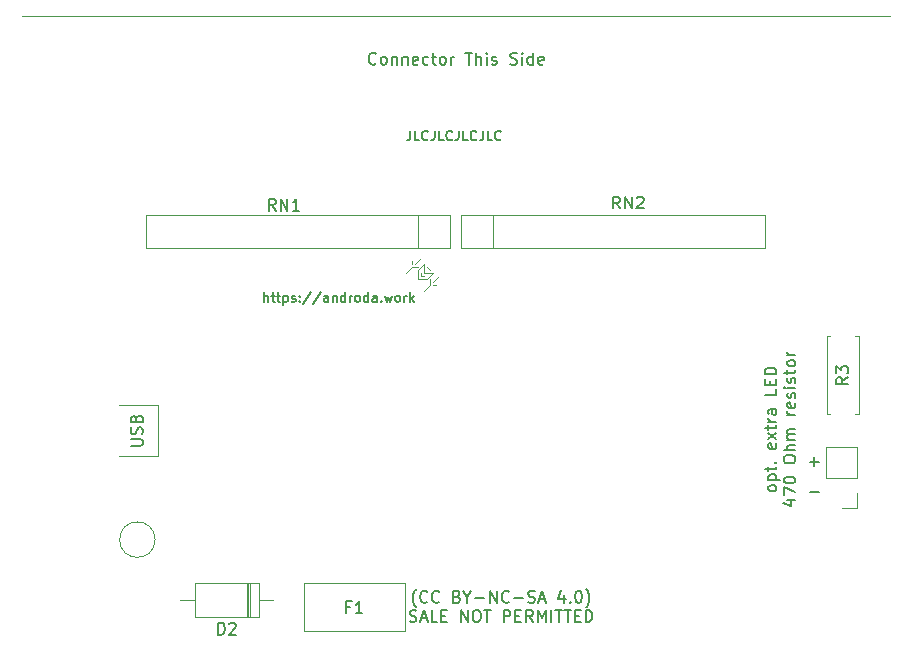
<source format=gbr>
%TF.GenerationSoftware,KiCad,Pcbnew,6.0.5-a6ca702e91~116~ubuntu21.10.1*%
%TF.CreationDate,2022-08-24T06:26:20-06:00*%
%TF.ProjectId,Centronics50_F4Lite_THTV1_1,43656e74-726f-46e6-9963-7335305f4634,rev?*%
%TF.SameCoordinates,Original*%
%TF.FileFunction,Legend,Top*%
%TF.FilePolarity,Positive*%
%FSLAX46Y46*%
G04 Gerber Fmt 4.6, Leading zero omitted, Abs format (unit mm)*
G04 Created by KiCad (PCBNEW 6.0.5-a6ca702e91~116~ubuntu21.10.1) date 2022-08-24 06:26:20*
%MOMM*%
%LPD*%
G01*
G04 APERTURE LIST*
%ADD10C,0.150000*%
%ADD11C,0.120000*%
G04 APERTURE END LIST*
D10*
X132321761Y-39663424D02*
X132321761Y-40234853D01*
X132283666Y-40349139D01*
X132207476Y-40425329D01*
X132093190Y-40463424D01*
X132017000Y-40463424D01*
X133083666Y-40463424D02*
X132702714Y-40463424D01*
X132702714Y-39663424D01*
X133807476Y-40387234D02*
X133769380Y-40425329D01*
X133655095Y-40463424D01*
X133578904Y-40463424D01*
X133464619Y-40425329D01*
X133388428Y-40349139D01*
X133350333Y-40272948D01*
X133312238Y-40120567D01*
X133312238Y-40006281D01*
X133350333Y-39853900D01*
X133388428Y-39777710D01*
X133464619Y-39701520D01*
X133578904Y-39663424D01*
X133655095Y-39663424D01*
X133769380Y-39701520D01*
X133807476Y-39739615D01*
X134378904Y-39663424D02*
X134378904Y-40234853D01*
X134340809Y-40349139D01*
X134264619Y-40425329D01*
X134150333Y-40463424D01*
X134074142Y-40463424D01*
X135140809Y-40463424D02*
X134759857Y-40463424D01*
X134759857Y-39663424D01*
X135864619Y-40387234D02*
X135826523Y-40425329D01*
X135712238Y-40463424D01*
X135636047Y-40463424D01*
X135521761Y-40425329D01*
X135445571Y-40349139D01*
X135407476Y-40272948D01*
X135369380Y-40120567D01*
X135369380Y-40006281D01*
X135407476Y-39853900D01*
X135445571Y-39777710D01*
X135521761Y-39701520D01*
X135636047Y-39663424D01*
X135712238Y-39663424D01*
X135826523Y-39701520D01*
X135864619Y-39739615D01*
X136436047Y-39663424D02*
X136436047Y-40234853D01*
X136397952Y-40349139D01*
X136321761Y-40425329D01*
X136207476Y-40463424D01*
X136131285Y-40463424D01*
X137197952Y-40463424D02*
X136817000Y-40463424D01*
X136817000Y-39663424D01*
X137921761Y-40387234D02*
X137883666Y-40425329D01*
X137769380Y-40463424D01*
X137693190Y-40463424D01*
X137578904Y-40425329D01*
X137502714Y-40349139D01*
X137464619Y-40272948D01*
X137426523Y-40120567D01*
X137426523Y-40006281D01*
X137464619Y-39853900D01*
X137502714Y-39777710D01*
X137578904Y-39701520D01*
X137693190Y-39663424D01*
X137769380Y-39663424D01*
X137883666Y-39701520D01*
X137921761Y-39739615D01*
X138493190Y-39663424D02*
X138493190Y-40234853D01*
X138455095Y-40349139D01*
X138378904Y-40425329D01*
X138264619Y-40463424D01*
X138188428Y-40463424D01*
X139255095Y-40463424D02*
X138874142Y-40463424D01*
X138874142Y-39663424D01*
X139978904Y-40387234D02*
X139940809Y-40425329D01*
X139826523Y-40463424D01*
X139750333Y-40463424D01*
X139636047Y-40425329D01*
X139559857Y-40349139D01*
X139521761Y-40272948D01*
X139483666Y-40120567D01*
X139483666Y-40006281D01*
X139521761Y-39853900D01*
X139559857Y-39777710D01*
X139636047Y-39701520D01*
X139750333Y-39663424D01*
X139826523Y-39663424D01*
X139940809Y-39701520D01*
X139978904Y-39739615D01*
X166129047Y-70291428D02*
X166890952Y-70291428D01*
X119951018Y-54161644D02*
X119951018Y-53361644D01*
X120293875Y-54161644D02*
X120293875Y-53742597D01*
X120255780Y-53666406D01*
X120179589Y-53628311D01*
X120065303Y-53628311D01*
X119989113Y-53666406D01*
X119951018Y-53704501D01*
X120560541Y-53628311D02*
X120865303Y-53628311D01*
X120674827Y-53361644D02*
X120674827Y-54047359D01*
X120712922Y-54123549D01*
X120789113Y-54161644D01*
X120865303Y-54161644D01*
X121017684Y-53628311D02*
X121322446Y-53628311D01*
X121131970Y-53361644D02*
X121131970Y-54047359D01*
X121170065Y-54123549D01*
X121246256Y-54161644D01*
X121322446Y-54161644D01*
X121589113Y-53628311D02*
X121589113Y-54428311D01*
X121589113Y-53666406D02*
X121665303Y-53628311D01*
X121817684Y-53628311D01*
X121893875Y-53666406D01*
X121931970Y-53704501D01*
X121970065Y-53780692D01*
X121970065Y-54009263D01*
X121931970Y-54085454D01*
X121893875Y-54123549D01*
X121817684Y-54161644D01*
X121665303Y-54161644D01*
X121589113Y-54123549D01*
X122274827Y-54123549D02*
X122351018Y-54161644D01*
X122503399Y-54161644D01*
X122579589Y-54123549D01*
X122617684Y-54047359D01*
X122617684Y-54009263D01*
X122579589Y-53933073D01*
X122503399Y-53894978D01*
X122389113Y-53894978D01*
X122312922Y-53856882D01*
X122274827Y-53780692D01*
X122274827Y-53742597D01*
X122312922Y-53666406D01*
X122389113Y-53628311D01*
X122503399Y-53628311D01*
X122579589Y-53666406D01*
X122960541Y-54085454D02*
X122998637Y-54123549D01*
X122960541Y-54161644D01*
X122922446Y-54123549D01*
X122960541Y-54085454D01*
X122960541Y-54161644D01*
X122960541Y-53666406D02*
X122998637Y-53704501D01*
X122960541Y-53742597D01*
X122922446Y-53704501D01*
X122960541Y-53666406D01*
X122960541Y-53742597D01*
X123912922Y-53323549D02*
X123227208Y-54352120D01*
X124751018Y-53323549D02*
X124065303Y-54352120D01*
X125360541Y-54161644D02*
X125360541Y-53742597D01*
X125322446Y-53666406D01*
X125246256Y-53628311D01*
X125093875Y-53628311D01*
X125017684Y-53666406D01*
X125360541Y-54123549D02*
X125284351Y-54161644D01*
X125093875Y-54161644D01*
X125017684Y-54123549D01*
X124979589Y-54047359D01*
X124979589Y-53971168D01*
X125017684Y-53894978D01*
X125093875Y-53856882D01*
X125284351Y-53856882D01*
X125360541Y-53818787D01*
X125741494Y-53628311D02*
X125741494Y-54161644D01*
X125741494Y-53704501D02*
X125779589Y-53666406D01*
X125855780Y-53628311D01*
X125970065Y-53628311D01*
X126046256Y-53666406D01*
X126084351Y-53742597D01*
X126084351Y-54161644D01*
X126808160Y-54161644D02*
X126808160Y-53361644D01*
X126808160Y-54123549D02*
X126731970Y-54161644D01*
X126579589Y-54161644D01*
X126503399Y-54123549D01*
X126465303Y-54085454D01*
X126427208Y-54009263D01*
X126427208Y-53780692D01*
X126465303Y-53704501D01*
X126503399Y-53666406D01*
X126579589Y-53628311D01*
X126731970Y-53628311D01*
X126808160Y-53666406D01*
X127189113Y-54161644D02*
X127189113Y-53628311D01*
X127189113Y-53780692D02*
X127227208Y-53704501D01*
X127265303Y-53666406D01*
X127341494Y-53628311D01*
X127417684Y-53628311D01*
X127798637Y-54161644D02*
X127722446Y-54123549D01*
X127684351Y-54085454D01*
X127646256Y-54009263D01*
X127646256Y-53780692D01*
X127684351Y-53704501D01*
X127722446Y-53666406D01*
X127798637Y-53628311D01*
X127912922Y-53628311D01*
X127989113Y-53666406D01*
X128027208Y-53704501D01*
X128065303Y-53780692D01*
X128065303Y-54009263D01*
X128027208Y-54085454D01*
X127989113Y-54123549D01*
X127912922Y-54161644D01*
X127798637Y-54161644D01*
X128751018Y-54161644D02*
X128751018Y-53361644D01*
X128751018Y-54123549D02*
X128674827Y-54161644D01*
X128522446Y-54161644D01*
X128446256Y-54123549D01*
X128408160Y-54085454D01*
X128370065Y-54009263D01*
X128370065Y-53780692D01*
X128408160Y-53704501D01*
X128446256Y-53666406D01*
X128522446Y-53628311D01*
X128674827Y-53628311D01*
X128751018Y-53666406D01*
X129474827Y-54161644D02*
X129474827Y-53742597D01*
X129436732Y-53666406D01*
X129360541Y-53628311D01*
X129208160Y-53628311D01*
X129131970Y-53666406D01*
X129474827Y-54123549D02*
X129398637Y-54161644D01*
X129208160Y-54161644D01*
X129131970Y-54123549D01*
X129093875Y-54047359D01*
X129093875Y-53971168D01*
X129131970Y-53894978D01*
X129208160Y-53856882D01*
X129398637Y-53856882D01*
X129474827Y-53818787D01*
X129855780Y-54085454D02*
X129893875Y-54123549D01*
X129855780Y-54161644D01*
X129817684Y-54123549D01*
X129855780Y-54085454D01*
X129855780Y-54161644D01*
X130160541Y-53628311D02*
X130312922Y-54161644D01*
X130465303Y-53780692D01*
X130617684Y-54161644D01*
X130770065Y-53628311D01*
X131189113Y-54161644D02*
X131112922Y-54123549D01*
X131074827Y-54085454D01*
X131036732Y-54009263D01*
X131036732Y-53780692D01*
X131074827Y-53704501D01*
X131112922Y-53666406D01*
X131189113Y-53628311D01*
X131303399Y-53628311D01*
X131379589Y-53666406D01*
X131417684Y-53704501D01*
X131455780Y-53780692D01*
X131455780Y-54009263D01*
X131417684Y-54085454D01*
X131379589Y-54123549D01*
X131303399Y-54161644D01*
X131189113Y-54161644D01*
X131798637Y-54161644D02*
X131798637Y-53628311D01*
X131798637Y-53780692D02*
X131836732Y-53704501D01*
X131874827Y-53666406D01*
X131951018Y-53628311D01*
X132027208Y-53628311D01*
X132293875Y-54161644D02*
X132293875Y-53361644D01*
X132370065Y-53856882D02*
X132598637Y-54161644D01*
X132598637Y-53628311D02*
X132293875Y-53933073D01*
X166159047Y-67691428D02*
X166920952Y-67691428D01*
X166540000Y-68072380D02*
X166540000Y-67310476D01*
X129424285Y-33977142D02*
X129376666Y-34024761D01*
X129233809Y-34072380D01*
X129138571Y-34072380D01*
X128995714Y-34024761D01*
X128900476Y-33929523D01*
X128852857Y-33834285D01*
X128805238Y-33643809D01*
X128805238Y-33500952D01*
X128852857Y-33310476D01*
X128900476Y-33215238D01*
X128995714Y-33120000D01*
X129138571Y-33072380D01*
X129233809Y-33072380D01*
X129376666Y-33120000D01*
X129424285Y-33167619D01*
X129995714Y-34072380D02*
X129900476Y-34024761D01*
X129852857Y-33977142D01*
X129805238Y-33881904D01*
X129805238Y-33596190D01*
X129852857Y-33500952D01*
X129900476Y-33453333D01*
X129995714Y-33405714D01*
X130138571Y-33405714D01*
X130233809Y-33453333D01*
X130281428Y-33500952D01*
X130329047Y-33596190D01*
X130329047Y-33881904D01*
X130281428Y-33977142D01*
X130233809Y-34024761D01*
X130138571Y-34072380D01*
X129995714Y-34072380D01*
X130757619Y-33405714D02*
X130757619Y-34072380D01*
X130757619Y-33500952D02*
X130805238Y-33453333D01*
X130900476Y-33405714D01*
X131043333Y-33405714D01*
X131138571Y-33453333D01*
X131186190Y-33548571D01*
X131186190Y-34072380D01*
X131662380Y-33405714D02*
X131662380Y-34072380D01*
X131662380Y-33500952D02*
X131710000Y-33453333D01*
X131805238Y-33405714D01*
X131948095Y-33405714D01*
X132043333Y-33453333D01*
X132090952Y-33548571D01*
X132090952Y-34072380D01*
X132948095Y-34024761D02*
X132852857Y-34072380D01*
X132662380Y-34072380D01*
X132567142Y-34024761D01*
X132519523Y-33929523D01*
X132519523Y-33548571D01*
X132567142Y-33453333D01*
X132662380Y-33405714D01*
X132852857Y-33405714D01*
X132948095Y-33453333D01*
X132995714Y-33548571D01*
X132995714Y-33643809D01*
X132519523Y-33739047D01*
X133852857Y-34024761D02*
X133757619Y-34072380D01*
X133567142Y-34072380D01*
X133471904Y-34024761D01*
X133424285Y-33977142D01*
X133376666Y-33881904D01*
X133376666Y-33596190D01*
X133424285Y-33500952D01*
X133471904Y-33453333D01*
X133567142Y-33405714D01*
X133757619Y-33405714D01*
X133852857Y-33453333D01*
X134138571Y-33405714D02*
X134519523Y-33405714D01*
X134281428Y-33072380D02*
X134281428Y-33929523D01*
X134329047Y-34024761D01*
X134424285Y-34072380D01*
X134519523Y-34072380D01*
X134995714Y-34072380D02*
X134900476Y-34024761D01*
X134852857Y-33977142D01*
X134805238Y-33881904D01*
X134805238Y-33596190D01*
X134852857Y-33500952D01*
X134900476Y-33453333D01*
X134995714Y-33405714D01*
X135138571Y-33405714D01*
X135233809Y-33453333D01*
X135281428Y-33500952D01*
X135329047Y-33596190D01*
X135329047Y-33881904D01*
X135281428Y-33977142D01*
X135233809Y-34024761D01*
X135138571Y-34072380D01*
X134995714Y-34072380D01*
X135757619Y-34072380D02*
X135757619Y-33405714D01*
X135757619Y-33596190D02*
X135805238Y-33500952D01*
X135852857Y-33453333D01*
X135948095Y-33405714D01*
X136043333Y-33405714D01*
X136995714Y-33072380D02*
X137567142Y-33072380D01*
X137281428Y-34072380D02*
X137281428Y-33072380D01*
X137900476Y-34072380D02*
X137900476Y-33072380D01*
X138329047Y-34072380D02*
X138329047Y-33548571D01*
X138281428Y-33453333D01*
X138186190Y-33405714D01*
X138043333Y-33405714D01*
X137948095Y-33453333D01*
X137900476Y-33500952D01*
X138805238Y-34072380D02*
X138805238Y-33405714D01*
X138805238Y-33072380D02*
X138757619Y-33120000D01*
X138805238Y-33167619D01*
X138852857Y-33120000D01*
X138805238Y-33072380D01*
X138805238Y-33167619D01*
X139233809Y-34024761D02*
X139329047Y-34072380D01*
X139519523Y-34072380D01*
X139614761Y-34024761D01*
X139662380Y-33929523D01*
X139662380Y-33881904D01*
X139614761Y-33786666D01*
X139519523Y-33739047D01*
X139376666Y-33739047D01*
X139281428Y-33691428D01*
X139233809Y-33596190D01*
X139233809Y-33548571D01*
X139281428Y-33453333D01*
X139376666Y-33405714D01*
X139519523Y-33405714D01*
X139614761Y-33453333D01*
X140805238Y-34024761D02*
X140948095Y-34072380D01*
X141186190Y-34072380D01*
X141281428Y-34024761D01*
X141329047Y-33977142D01*
X141376666Y-33881904D01*
X141376666Y-33786666D01*
X141329047Y-33691428D01*
X141281428Y-33643809D01*
X141186190Y-33596190D01*
X140995714Y-33548571D01*
X140900476Y-33500952D01*
X140852857Y-33453333D01*
X140805238Y-33358095D01*
X140805238Y-33262857D01*
X140852857Y-33167619D01*
X140900476Y-33120000D01*
X140995714Y-33072380D01*
X141233809Y-33072380D01*
X141376666Y-33120000D01*
X141805238Y-34072380D02*
X141805238Y-33405714D01*
X141805238Y-33072380D02*
X141757619Y-33120000D01*
X141805238Y-33167619D01*
X141852857Y-33120000D01*
X141805238Y-33072380D01*
X141805238Y-33167619D01*
X142710000Y-34072380D02*
X142710000Y-33072380D01*
X142710000Y-34024761D02*
X142614761Y-34072380D01*
X142424285Y-34072380D01*
X142329047Y-34024761D01*
X142281428Y-33977142D01*
X142233809Y-33881904D01*
X142233809Y-33596190D01*
X142281428Y-33500952D01*
X142329047Y-33453333D01*
X142424285Y-33405714D01*
X142614761Y-33405714D01*
X142710000Y-33453333D01*
X143567142Y-34024761D02*
X143471904Y-34072380D01*
X143281428Y-34072380D01*
X143186190Y-34024761D01*
X143138571Y-33929523D01*
X143138571Y-33548571D01*
X143186190Y-33453333D01*
X143281428Y-33405714D01*
X143471904Y-33405714D01*
X143567142Y-33453333D01*
X143614761Y-33548571D01*
X143614761Y-33643809D01*
X143138571Y-33739047D01*
X163317380Y-70007619D02*
X163269761Y-70102857D01*
X163222142Y-70150476D01*
X163126904Y-70198095D01*
X162841190Y-70198095D01*
X162745952Y-70150476D01*
X162698333Y-70102857D01*
X162650714Y-70007619D01*
X162650714Y-69864761D01*
X162698333Y-69769523D01*
X162745952Y-69721904D01*
X162841190Y-69674285D01*
X163126904Y-69674285D01*
X163222142Y-69721904D01*
X163269761Y-69769523D01*
X163317380Y-69864761D01*
X163317380Y-70007619D01*
X162650714Y-69245714D02*
X163650714Y-69245714D01*
X162698333Y-69245714D02*
X162650714Y-69150476D01*
X162650714Y-68960000D01*
X162698333Y-68864761D01*
X162745952Y-68817142D01*
X162841190Y-68769523D01*
X163126904Y-68769523D01*
X163222142Y-68817142D01*
X163269761Y-68864761D01*
X163317380Y-68960000D01*
X163317380Y-69150476D01*
X163269761Y-69245714D01*
X162650714Y-68483809D02*
X162650714Y-68102857D01*
X162317380Y-68340952D02*
X163174523Y-68340952D01*
X163269761Y-68293333D01*
X163317380Y-68198095D01*
X163317380Y-68102857D01*
X163222142Y-67769523D02*
X163269761Y-67721904D01*
X163317380Y-67769523D01*
X163269761Y-67817142D01*
X163222142Y-67769523D01*
X163317380Y-67769523D01*
X163269761Y-66150476D02*
X163317380Y-66245714D01*
X163317380Y-66436190D01*
X163269761Y-66531428D01*
X163174523Y-66579047D01*
X162793571Y-66579047D01*
X162698333Y-66531428D01*
X162650714Y-66436190D01*
X162650714Y-66245714D01*
X162698333Y-66150476D01*
X162793571Y-66102857D01*
X162888809Y-66102857D01*
X162984047Y-66579047D01*
X163317380Y-65769523D02*
X162650714Y-65245714D01*
X162650714Y-65769523D02*
X163317380Y-65245714D01*
X162650714Y-65007619D02*
X162650714Y-64626666D01*
X162317380Y-64864761D02*
X163174523Y-64864761D01*
X163269761Y-64817142D01*
X163317380Y-64721904D01*
X163317380Y-64626666D01*
X163317380Y-64293333D02*
X162650714Y-64293333D01*
X162841190Y-64293333D02*
X162745952Y-64245714D01*
X162698333Y-64198095D01*
X162650714Y-64102857D01*
X162650714Y-64007619D01*
X163317380Y-63245714D02*
X162793571Y-63245714D01*
X162698333Y-63293333D01*
X162650714Y-63388571D01*
X162650714Y-63579047D01*
X162698333Y-63674285D01*
X163269761Y-63245714D02*
X163317380Y-63340952D01*
X163317380Y-63579047D01*
X163269761Y-63674285D01*
X163174523Y-63721904D01*
X163079285Y-63721904D01*
X162984047Y-63674285D01*
X162936428Y-63579047D01*
X162936428Y-63340952D01*
X162888809Y-63245714D01*
X163317380Y-61531428D02*
X163317380Y-62007619D01*
X162317380Y-62007619D01*
X162793571Y-61198095D02*
X162793571Y-60864761D01*
X163317380Y-60721904D02*
X163317380Y-61198095D01*
X162317380Y-61198095D01*
X162317380Y-60721904D01*
X163317380Y-60293333D02*
X162317380Y-60293333D01*
X162317380Y-60055238D01*
X162365000Y-59912380D01*
X162460238Y-59817142D01*
X162555476Y-59769523D01*
X162745952Y-59721904D01*
X162888809Y-59721904D01*
X163079285Y-59769523D01*
X163174523Y-59817142D01*
X163269761Y-59912380D01*
X163317380Y-60055238D01*
X163317380Y-60293333D01*
X164260714Y-70960000D02*
X164927380Y-70960000D01*
X163879761Y-71198095D02*
X164594047Y-71436190D01*
X164594047Y-70817142D01*
X163927380Y-70531428D02*
X163927380Y-69864761D01*
X164927380Y-70293333D01*
X163927380Y-69293333D02*
X163927380Y-69198095D01*
X163975000Y-69102857D01*
X164022619Y-69055238D01*
X164117857Y-69007619D01*
X164308333Y-68960000D01*
X164546428Y-68960000D01*
X164736904Y-69007619D01*
X164832142Y-69055238D01*
X164879761Y-69102857D01*
X164927380Y-69198095D01*
X164927380Y-69293333D01*
X164879761Y-69388571D01*
X164832142Y-69436190D01*
X164736904Y-69483809D01*
X164546428Y-69531428D01*
X164308333Y-69531428D01*
X164117857Y-69483809D01*
X164022619Y-69436190D01*
X163975000Y-69388571D01*
X163927380Y-69293333D01*
X163927380Y-67579047D02*
X163927380Y-67388571D01*
X163975000Y-67293333D01*
X164070238Y-67198095D01*
X164260714Y-67150476D01*
X164594047Y-67150476D01*
X164784523Y-67198095D01*
X164879761Y-67293333D01*
X164927380Y-67388571D01*
X164927380Y-67579047D01*
X164879761Y-67674285D01*
X164784523Y-67769523D01*
X164594047Y-67817142D01*
X164260714Y-67817142D01*
X164070238Y-67769523D01*
X163975000Y-67674285D01*
X163927380Y-67579047D01*
X164927380Y-66721904D02*
X163927380Y-66721904D01*
X164927380Y-66293333D02*
X164403571Y-66293333D01*
X164308333Y-66340952D01*
X164260714Y-66436190D01*
X164260714Y-66579047D01*
X164308333Y-66674285D01*
X164355952Y-66721904D01*
X164927380Y-65817142D02*
X164260714Y-65817142D01*
X164355952Y-65817142D02*
X164308333Y-65769523D01*
X164260714Y-65674285D01*
X164260714Y-65531428D01*
X164308333Y-65436190D01*
X164403571Y-65388571D01*
X164927380Y-65388571D01*
X164403571Y-65388571D02*
X164308333Y-65340952D01*
X164260714Y-65245714D01*
X164260714Y-65102857D01*
X164308333Y-65007619D01*
X164403571Y-64960000D01*
X164927380Y-64960000D01*
X164927380Y-63721904D02*
X164260714Y-63721904D01*
X164451190Y-63721904D02*
X164355952Y-63674285D01*
X164308333Y-63626666D01*
X164260714Y-63531428D01*
X164260714Y-63436190D01*
X164879761Y-62721904D02*
X164927380Y-62817142D01*
X164927380Y-63007619D01*
X164879761Y-63102857D01*
X164784523Y-63150476D01*
X164403571Y-63150476D01*
X164308333Y-63102857D01*
X164260714Y-63007619D01*
X164260714Y-62817142D01*
X164308333Y-62721904D01*
X164403571Y-62674285D01*
X164498809Y-62674285D01*
X164594047Y-63150476D01*
X164879761Y-62293333D02*
X164927380Y-62198095D01*
X164927380Y-62007619D01*
X164879761Y-61912380D01*
X164784523Y-61864761D01*
X164736904Y-61864761D01*
X164641666Y-61912380D01*
X164594047Y-62007619D01*
X164594047Y-62150476D01*
X164546428Y-62245714D01*
X164451190Y-62293333D01*
X164403571Y-62293333D01*
X164308333Y-62245714D01*
X164260714Y-62150476D01*
X164260714Y-62007619D01*
X164308333Y-61912380D01*
X164927380Y-61436190D02*
X164260714Y-61436190D01*
X163927380Y-61436190D02*
X163975000Y-61483809D01*
X164022619Y-61436190D01*
X163975000Y-61388571D01*
X163927380Y-61436190D01*
X164022619Y-61436190D01*
X164879761Y-61007619D02*
X164927380Y-60912380D01*
X164927380Y-60721904D01*
X164879761Y-60626666D01*
X164784523Y-60579047D01*
X164736904Y-60579047D01*
X164641666Y-60626666D01*
X164594047Y-60721904D01*
X164594047Y-60864761D01*
X164546428Y-60960000D01*
X164451190Y-61007619D01*
X164403571Y-61007619D01*
X164308333Y-60960000D01*
X164260714Y-60864761D01*
X164260714Y-60721904D01*
X164308333Y-60626666D01*
X164260714Y-60293333D02*
X164260714Y-59912380D01*
X163927380Y-60150476D02*
X164784523Y-60150476D01*
X164879761Y-60102857D01*
X164927380Y-60007619D01*
X164927380Y-59912380D01*
X164927380Y-59436190D02*
X164879761Y-59531428D01*
X164832142Y-59579047D01*
X164736904Y-59626666D01*
X164451190Y-59626666D01*
X164355952Y-59579047D01*
X164308333Y-59531428D01*
X164260714Y-59436190D01*
X164260714Y-59293333D01*
X164308333Y-59198095D01*
X164355952Y-59150476D01*
X164451190Y-59102857D01*
X164736904Y-59102857D01*
X164832142Y-59150476D01*
X164879761Y-59198095D01*
X164927380Y-59293333D01*
X164927380Y-59436190D01*
X164927380Y-58674285D02*
X164260714Y-58674285D01*
X164451190Y-58674285D02*
X164355952Y-58626666D01*
X164308333Y-58579047D01*
X164260714Y-58483809D01*
X164260714Y-58388571D01*
X132819523Y-80018333D02*
X132771904Y-79970714D01*
X132676666Y-79827857D01*
X132629047Y-79732619D01*
X132581428Y-79589761D01*
X132533809Y-79351666D01*
X132533809Y-79161190D01*
X132581428Y-78923095D01*
X132629047Y-78780238D01*
X132676666Y-78685000D01*
X132771904Y-78542142D01*
X132819523Y-78494523D01*
X133771904Y-79542142D02*
X133724285Y-79589761D01*
X133581428Y-79637380D01*
X133486190Y-79637380D01*
X133343333Y-79589761D01*
X133248095Y-79494523D01*
X133200476Y-79399285D01*
X133152857Y-79208809D01*
X133152857Y-79065952D01*
X133200476Y-78875476D01*
X133248095Y-78780238D01*
X133343333Y-78685000D01*
X133486190Y-78637380D01*
X133581428Y-78637380D01*
X133724285Y-78685000D01*
X133771904Y-78732619D01*
X134771904Y-79542142D02*
X134724285Y-79589761D01*
X134581428Y-79637380D01*
X134486190Y-79637380D01*
X134343333Y-79589761D01*
X134248095Y-79494523D01*
X134200476Y-79399285D01*
X134152857Y-79208809D01*
X134152857Y-79065952D01*
X134200476Y-78875476D01*
X134248095Y-78780238D01*
X134343333Y-78685000D01*
X134486190Y-78637380D01*
X134581428Y-78637380D01*
X134724285Y-78685000D01*
X134771904Y-78732619D01*
X136295714Y-79113571D02*
X136438571Y-79161190D01*
X136486190Y-79208809D01*
X136533809Y-79304047D01*
X136533809Y-79446904D01*
X136486190Y-79542142D01*
X136438571Y-79589761D01*
X136343333Y-79637380D01*
X135962380Y-79637380D01*
X135962380Y-78637380D01*
X136295714Y-78637380D01*
X136390952Y-78685000D01*
X136438571Y-78732619D01*
X136486190Y-78827857D01*
X136486190Y-78923095D01*
X136438571Y-79018333D01*
X136390952Y-79065952D01*
X136295714Y-79113571D01*
X135962380Y-79113571D01*
X137152857Y-79161190D02*
X137152857Y-79637380D01*
X136819523Y-78637380D02*
X137152857Y-79161190D01*
X137486190Y-78637380D01*
X137819523Y-79256428D02*
X138581428Y-79256428D01*
X139057619Y-79637380D02*
X139057619Y-78637380D01*
X139629047Y-79637380D01*
X139629047Y-78637380D01*
X140676666Y-79542142D02*
X140629047Y-79589761D01*
X140486190Y-79637380D01*
X140390952Y-79637380D01*
X140248095Y-79589761D01*
X140152857Y-79494523D01*
X140105238Y-79399285D01*
X140057619Y-79208809D01*
X140057619Y-79065952D01*
X140105238Y-78875476D01*
X140152857Y-78780238D01*
X140248095Y-78685000D01*
X140390952Y-78637380D01*
X140486190Y-78637380D01*
X140629047Y-78685000D01*
X140676666Y-78732619D01*
X141105238Y-79256428D02*
X141867142Y-79256428D01*
X142295714Y-79589761D02*
X142438571Y-79637380D01*
X142676666Y-79637380D01*
X142771904Y-79589761D01*
X142819523Y-79542142D01*
X142867142Y-79446904D01*
X142867142Y-79351666D01*
X142819523Y-79256428D01*
X142771904Y-79208809D01*
X142676666Y-79161190D01*
X142486190Y-79113571D01*
X142390952Y-79065952D01*
X142343333Y-79018333D01*
X142295714Y-78923095D01*
X142295714Y-78827857D01*
X142343333Y-78732619D01*
X142390952Y-78685000D01*
X142486190Y-78637380D01*
X142724285Y-78637380D01*
X142867142Y-78685000D01*
X143248095Y-79351666D02*
X143724285Y-79351666D01*
X143152857Y-79637380D02*
X143486190Y-78637380D01*
X143819523Y-79637380D01*
X145343333Y-78970714D02*
X145343333Y-79637380D01*
X145105238Y-78589761D02*
X144867142Y-79304047D01*
X145486190Y-79304047D01*
X145867142Y-79542142D02*
X145914761Y-79589761D01*
X145867142Y-79637380D01*
X145819523Y-79589761D01*
X145867142Y-79542142D01*
X145867142Y-79637380D01*
X146533809Y-78637380D02*
X146629047Y-78637380D01*
X146724285Y-78685000D01*
X146771904Y-78732619D01*
X146819523Y-78827857D01*
X146867142Y-79018333D01*
X146867142Y-79256428D01*
X146819523Y-79446904D01*
X146771904Y-79542142D01*
X146724285Y-79589761D01*
X146629047Y-79637380D01*
X146533809Y-79637380D01*
X146438571Y-79589761D01*
X146390952Y-79542142D01*
X146343333Y-79446904D01*
X146295714Y-79256428D01*
X146295714Y-79018333D01*
X146343333Y-78827857D01*
X146390952Y-78732619D01*
X146438571Y-78685000D01*
X146533809Y-78637380D01*
X147200476Y-80018333D02*
X147248095Y-79970714D01*
X147343333Y-79827857D01*
X147390952Y-79732619D01*
X147438571Y-79589761D01*
X147486190Y-79351666D01*
X147486190Y-79161190D01*
X147438571Y-78923095D01*
X147390952Y-78780238D01*
X147343333Y-78685000D01*
X147248095Y-78542142D01*
X147200476Y-78494523D01*
X132271904Y-81199761D02*
X132414761Y-81247380D01*
X132652857Y-81247380D01*
X132748095Y-81199761D01*
X132795714Y-81152142D01*
X132843333Y-81056904D01*
X132843333Y-80961666D01*
X132795714Y-80866428D01*
X132748095Y-80818809D01*
X132652857Y-80771190D01*
X132462380Y-80723571D01*
X132367142Y-80675952D01*
X132319523Y-80628333D01*
X132271904Y-80533095D01*
X132271904Y-80437857D01*
X132319523Y-80342619D01*
X132367142Y-80295000D01*
X132462380Y-80247380D01*
X132700476Y-80247380D01*
X132843333Y-80295000D01*
X133224285Y-80961666D02*
X133700476Y-80961666D01*
X133129047Y-81247380D02*
X133462380Y-80247380D01*
X133795714Y-81247380D01*
X134605238Y-81247380D02*
X134129047Y-81247380D01*
X134129047Y-80247380D01*
X134938571Y-80723571D02*
X135271904Y-80723571D01*
X135414761Y-81247380D02*
X134938571Y-81247380D01*
X134938571Y-80247380D01*
X135414761Y-80247380D01*
X136605238Y-81247380D02*
X136605238Y-80247380D01*
X137176666Y-81247380D01*
X137176666Y-80247380D01*
X137843333Y-80247380D02*
X138033809Y-80247380D01*
X138129047Y-80295000D01*
X138224285Y-80390238D01*
X138271904Y-80580714D01*
X138271904Y-80914047D01*
X138224285Y-81104523D01*
X138129047Y-81199761D01*
X138033809Y-81247380D01*
X137843333Y-81247380D01*
X137748095Y-81199761D01*
X137652857Y-81104523D01*
X137605238Y-80914047D01*
X137605238Y-80580714D01*
X137652857Y-80390238D01*
X137748095Y-80295000D01*
X137843333Y-80247380D01*
X138557619Y-80247380D02*
X139129047Y-80247380D01*
X138843333Y-81247380D02*
X138843333Y-80247380D01*
X140224285Y-81247380D02*
X140224285Y-80247380D01*
X140605238Y-80247380D01*
X140700476Y-80295000D01*
X140748095Y-80342619D01*
X140795714Y-80437857D01*
X140795714Y-80580714D01*
X140748095Y-80675952D01*
X140700476Y-80723571D01*
X140605238Y-80771190D01*
X140224285Y-80771190D01*
X141224285Y-80723571D02*
X141557619Y-80723571D01*
X141700476Y-81247380D02*
X141224285Y-81247380D01*
X141224285Y-80247380D01*
X141700476Y-80247380D01*
X142700476Y-81247380D02*
X142367142Y-80771190D01*
X142129047Y-81247380D02*
X142129047Y-80247380D01*
X142510000Y-80247380D01*
X142605238Y-80295000D01*
X142652857Y-80342619D01*
X142700476Y-80437857D01*
X142700476Y-80580714D01*
X142652857Y-80675952D01*
X142605238Y-80723571D01*
X142510000Y-80771190D01*
X142129047Y-80771190D01*
X143129047Y-81247380D02*
X143129047Y-80247380D01*
X143462380Y-80961666D01*
X143795714Y-80247380D01*
X143795714Y-81247380D01*
X144271904Y-81247380D02*
X144271904Y-80247380D01*
X144605238Y-80247380D02*
X145176666Y-80247380D01*
X144890952Y-81247380D02*
X144890952Y-80247380D01*
X145367142Y-80247380D02*
X145938571Y-80247380D01*
X145652857Y-81247380D02*
X145652857Y-80247380D01*
X146271904Y-80723571D02*
X146605238Y-80723571D01*
X146748095Y-81247380D02*
X146271904Y-81247380D01*
X146271904Y-80247380D01*
X146748095Y-80247380D01*
X147176666Y-81247380D02*
X147176666Y-80247380D01*
X147414761Y-80247380D01*
X147557619Y-80295000D01*
X147652857Y-80390238D01*
X147700476Y-80485476D01*
X147748095Y-80675952D01*
X147748095Y-80818809D01*
X147700476Y-81009285D01*
X147652857Y-81104523D01*
X147557619Y-81199761D01*
X147414761Y-81247380D01*
X147176666Y-81247380D01*
%TO.C,F1*%
X127212766Y-80002071D02*
X126879433Y-80002071D01*
X126879433Y-80525880D02*
X126879433Y-79525880D01*
X127355623Y-79525880D01*
X128260385Y-80525880D02*
X127688957Y-80525880D01*
X127974671Y-80525880D02*
X127974671Y-79525880D01*
X127879433Y-79668738D01*
X127784195Y-79763976D01*
X127688957Y-79811595D01*
%TO.C,RN1*%
X120924723Y-46434000D02*
X120591390Y-45957810D01*
X120353295Y-46434000D02*
X120353295Y-45434000D01*
X120734247Y-45434000D01*
X120829485Y-45481620D01*
X120877104Y-45529239D01*
X120924723Y-45624477D01*
X120924723Y-45767334D01*
X120877104Y-45862572D01*
X120829485Y-45910191D01*
X120734247Y-45957810D01*
X120353295Y-45957810D01*
X121353295Y-46434000D02*
X121353295Y-45434000D01*
X121924723Y-46434000D01*
X121924723Y-45434000D01*
X122924723Y-46434000D02*
X122353295Y-46434000D01*
X122639009Y-46434000D02*
X122639009Y-45434000D01*
X122543771Y-45576858D01*
X122448533Y-45672096D01*
X122353295Y-45719715D01*
%TO.C,RN2*%
X150071223Y-46256500D02*
X149737890Y-45780310D01*
X149499795Y-46256500D02*
X149499795Y-45256500D01*
X149880747Y-45256500D01*
X149975985Y-45304120D01*
X150023604Y-45351739D01*
X150071223Y-45446977D01*
X150071223Y-45589834D01*
X150023604Y-45685072D01*
X149975985Y-45732691D01*
X149880747Y-45780310D01*
X149499795Y-45780310D01*
X150499795Y-46256500D02*
X150499795Y-45256500D01*
X151071223Y-46256500D01*
X151071223Y-45256500D01*
X151499795Y-45351739D02*
X151547414Y-45304120D01*
X151642652Y-45256500D01*
X151880747Y-45256500D01*
X151975985Y-45304120D01*
X152023604Y-45351739D01*
X152071223Y-45446977D01*
X152071223Y-45542215D01*
X152023604Y-45685072D01*
X151452176Y-46256500D01*
X152071223Y-46256500D01*
%TO.C,D2*%
X116046024Y-82335480D02*
X116046024Y-81335480D01*
X116284120Y-81335480D01*
X116426977Y-81383100D01*
X116522215Y-81478338D01*
X116569834Y-81573576D01*
X116617453Y-81764052D01*
X116617453Y-81906909D01*
X116569834Y-82097385D01*
X116522215Y-82192623D01*
X116426977Y-82287861D01*
X116284120Y-82335480D01*
X116046024Y-82335480D01*
X116998405Y-81430719D02*
X117046024Y-81383100D01*
X117141262Y-81335480D01*
X117379358Y-81335480D01*
X117474596Y-81383100D01*
X117522215Y-81430719D01*
X117569834Y-81525957D01*
X117569834Y-81621195D01*
X117522215Y-81764052D01*
X116950786Y-82335480D01*
X117569834Y-82335480D01*
%TO.C,U2*%
X108668475Y-66360846D02*
X109477999Y-66360846D01*
X109573237Y-66313227D01*
X109620856Y-66265608D01*
X109668475Y-66170370D01*
X109668475Y-65979894D01*
X109620856Y-65884656D01*
X109573237Y-65837037D01*
X109477999Y-65789418D01*
X108668475Y-65789418D01*
X109620856Y-65360846D02*
X109668475Y-65217989D01*
X109668475Y-64979894D01*
X109620856Y-64884656D01*
X109573237Y-64837037D01*
X109477999Y-64789418D01*
X109382761Y-64789418D01*
X109287523Y-64837037D01*
X109239904Y-64884656D01*
X109192285Y-64979894D01*
X109144666Y-65170370D01*
X109097047Y-65265608D01*
X109049428Y-65313227D01*
X108954190Y-65360846D01*
X108858952Y-65360846D01*
X108763714Y-65313227D01*
X108716095Y-65265608D01*
X108668475Y-65170370D01*
X108668475Y-64932275D01*
X108716095Y-64789418D01*
X109144666Y-64027513D02*
X109192285Y-63884656D01*
X109239904Y-63837037D01*
X109335142Y-63789418D01*
X109477999Y-63789418D01*
X109573237Y-63837037D01*
X109620856Y-63884656D01*
X109668475Y-63979894D01*
X109668475Y-64360846D01*
X108668475Y-64360846D01*
X108668475Y-64027513D01*
X108716095Y-63932275D01*
X108763714Y-63884656D01*
X108858952Y-63837037D01*
X108954190Y-63837037D01*
X109049428Y-63884656D01*
X109097047Y-63932275D01*
X109144666Y-64027513D01*
X109144666Y-64360846D01*
%TO.C,R3*%
X169395400Y-60555166D02*
X168919210Y-60888500D01*
X169395400Y-61126595D02*
X168395400Y-61126595D01*
X168395400Y-60745642D01*
X168443020Y-60650404D01*
X168490639Y-60602785D01*
X168585877Y-60555166D01*
X168728734Y-60555166D01*
X168823972Y-60602785D01*
X168871591Y-60650404D01*
X168919210Y-60745642D01*
X168919210Y-61126595D01*
X168395400Y-60221833D02*
X168395400Y-59602785D01*
X168776353Y-59936119D01*
X168776353Y-59793261D01*
X168823972Y-59698023D01*
X168871591Y-59650404D01*
X168966829Y-59602785D01*
X169204924Y-59602785D01*
X169300162Y-59650404D01*
X169347781Y-59698023D01*
X169395400Y-59793261D01*
X169395400Y-60078976D01*
X169347781Y-60174214D01*
X169300162Y-60221833D01*
D11*
%TO.C,F1*%
X123301820Y-77934500D02*
X123301820Y-82034500D01*
X123301820Y-82034500D02*
X131901820Y-82034500D01*
X123301820Y-77934500D02*
X131901820Y-77934500D01*
X131901820Y-77934500D02*
X131901820Y-82034500D01*
%TO.C,REF\u002A\u002A*%
X133268720Y-51978560D02*
X133522720Y-51978560D01*
X133776720Y-52232560D02*
X134284720Y-51724560D01*
X133014720Y-51216560D02*
X132506720Y-51216560D01*
X133776720Y-52232560D02*
X133014720Y-52232560D01*
X134030720Y-52740560D02*
X133522720Y-53248560D01*
X132506720Y-51216560D02*
X131998720Y-51724560D01*
X134030720Y-51470560D02*
X133776720Y-51216560D01*
X133014720Y-51470560D02*
X133522720Y-50962560D01*
X134030720Y-52232560D02*
X134030720Y-52740560D01*
X133268720Y-51724560D02*
X133268720Y-51978560D01*
X132506720Y-50962560D02*
X132506720Y-50708560D01*
X134284720Y-52486560D02*
X134792720Y-51978560D01*
X133522720Y-51724560D02*
X134284720Y-51724560D01*
X133522720Y-50962560D02*
X133522720Y-51724560D01*
X133014720Y-52232560D02*
X133014720Y-51470560D01*
X134284720Y-52740560D02*
X134538720Y-52740560D01*
X132760720Y-50962560D02*
X133268720Y-50454560D01*
%TO.C,RN1*%
X132981700Y-49604120D02*
X132981700Y-46804120D01*
X135691700Y-46804120D02*
X109951700Y-46804120D01*
X135691700Y-49604120D02*
X135691700Y-46804120D01*
X109951700Y-49604120D02*
X135691700Y-49604120D01*
X109951700Y-46804120D02*
X109951700Y-49604120D01*
%TO.C,RN2*%
X139331700Y-46804120D02*
X139331700Y-49604120D01*
X136621700Y-46804120D02*
X136621700Y-49604120D01*
X162361700Y-49604120D02*
X162361700Y-46804120D01*
X136621700Y-49604120D02*
X162361700Y-49604120D01*
X162361700Y-46804120D02*
X136621700Y-46804120D01*
%TO.C,D2*%
X112844120Y-79413100D02*
X114064120Y-79413100D01*
X118484120Y-80883100D02*
X118484120Y-77943100D01*
X118604120Y-80883100D02*
X118604120Y-77943100D01*
X119504120Y-77943100D02*
X114064120Y-77943100D01*
X118724120Y-80883100D02*
X118724120Y-77943100D01*
X120724120Y-79413100D02*
X119504120Y-79413100D01*
X114064120Y-77943100D02*
X114064120Y-80883100D01*
X114064120Y-80883100D02*
X119504120Y-80883100D01*
X119504120Y-80883100D02*
X119504120Y-77943100D01*
%TO.C,U2*%
X110994095Y-62863742D02*
X107692095Y-62863742D01*
X110994095Y-67181742D02*
X110994095Y-62863742D01*
X107692095Y-67181742D02*
X110994095Y-67181742D01*
X110716095Y-74293742D02*
G75*
G03*
X110716095Y-74293742I-1500000J0D01*
G01*
%TO.C,U3*%
X172927500Y-29998460D02*
X99487500Y-29998460D01*
%TO.C,J3*%
X167524120Y-69037200D02*
X167524120Y-66437200D01*
X170184120Y-69037200D02*
X170184120Y-66437200D01*
X170184120Y-71637200D02*
X168854120Y-71637200D01*
X170184120Y-66437200D02*
X167524120Y-66437200D01*
X170184120Y-69037200D02*
X167524120Y-69037200D01*
X170184120Y-70307200D02*
X170184120Y-71637200D01*
%TO.C,R3*%
X167565400Y-63625480D02*
X167895400Y-63625480D01*
X167895400Y-57085480D02*
X167565400Y-57085480D01*
X170305400Y-63625480D02*
X169975400Y-63625480D01*
X167565400Y-57085480D02*
X167565400Y-63625480D01*
X170305400Y-57085480D02*
X170305400Y-63625480D01*
X169975400Y-57085480D02*
X170305400Y-57085480D01*
%TD*%
M02*

</source>
